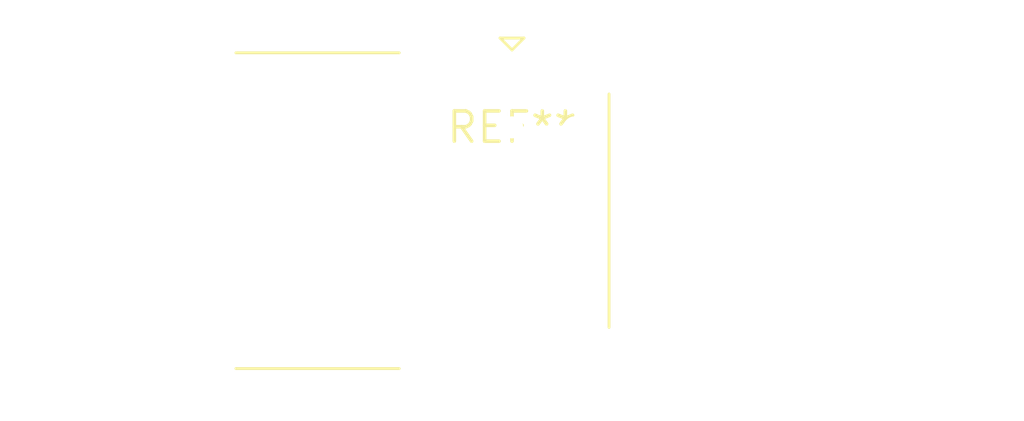
<source format=kicad_pcb>
(kicad_pcb (version 20240108) (generator pcbnew)
  (layers (0 "F.Cu" signal) (31 "B.Cu" signal) (34 "B.Paste" user) (35 "F.Paste" user) (36 "B.SilkS" user "B.Silkscreen") (37 "F.SilkS" user "F.Silkscreen") (38 "B.Mask" user) (39 "F.Mask" user) (44 "Edge.Cuts" user))
  (net 0 "")
  (footprint "USB_A_CUI_UJ2-ADH-TH_Horizontal_Stacked" (layer "F.Cu") (at 0 0)
    (property "Reference" "REF**")
    (property "Value" "USB_A_CUI_UJ2-ADH-TH_Horizontal_Stacked")
    (fp_line (start -11.58 10.13) (end -4.73 10.13) (layer "F.SilkS") (stroke (width 0.12)))
    (fp_line (start -4.73 -3.13) (end -11.58 -3.13) (layer "F.SilkS") (stroke (width 0.12)))
    (fp_line (start -0.5 -3.75) (end 0 -3.25) (layer "F.SilkS") (stroke (width 0.12)))
    (fp_line (start 0 -3.25) (end 0.5 -3.75) (layer "F.SilkS") (stroke (width 0.12)))
    (fp_line (start 0.5 -3.75) (end -0.5 -3.75) (layer "F.SilkS") (stroke (width 0.12)))
    (fp_line (start 4.07 8.4) (end 4.07 -1.4) (layer "F.SilkS") (stroke (width 0.12)))
    (pad "1" thru_hole rect (at 0 0) (size 1.5 1.5) (drill 0.92) (layers *.Cu *.Mask) (remove_unused_layers))
    (pad "2" thru_hole circle (at 0 2.5) (size 1.5 1.5) (drill 0.92) (layers *.Cu *.Mask) (remove_unused_layers))
    (pad "3" thru_hole circle (at 0 4.5) (size 1.5 1.5) (drill 0.92) (layers *.Cu *.Mask) (remove_unused_layers))
    (pad "4" thru_hole circle (at 0 7) (size 1.5 1.5) (drill 0.92) (layers *.Cu *.Mask) (remove_unused_layers))
    (pad "5" thru_hole circle (at 2.62 0) (size 1.5 1.5) (drill 0.92) (layers *.Cu *.Mask) (remove_unused_layers))
    (pad "6" thru_hole circle (at 2.62 2.5) (size 1.5 1.5) (drill 0.92) (layers *.Cu *.Mask) (remove_unused_layers))
    (pad "7" thru_hole circle (at 2.62 4.5) (size 1.5 1.5) (drill 0.92) (layers *.Cu *.Mask) (remove_unused_layers))
    (pad "8" thru_hole circle (at 2.62 7) (size 1.5 1.5) (drill 0.92) (layers *.Cu *.Mask) (remove_unused_layers))
    (pad "9" thru_hole circle (at -2.71 -3.07) (size 3.5 3.5) (drill 2.3) (layers *.Cu *.Mask) (remove_unused_layers))
    (pad "9" thru_hole circle (at -2.71 10.07) (size 3.5 3.5) (drill 2.3) (layers *.Cu *.Mask) (remove_unused_layers))
    (pad "9" thru_hole circle (at 2.97 -3.07) (size 3.5 3.5) (drill 2.3) (layers *.Cu *.Mask) (remove_unused_layers))
    (pad "9" thru_hole circle (at 2.97 10.07) (size 3.5 3.5) (drill 2.3) (layers *.Cu *.Mask) (remove_unused_layers))
  )
)
</source>
